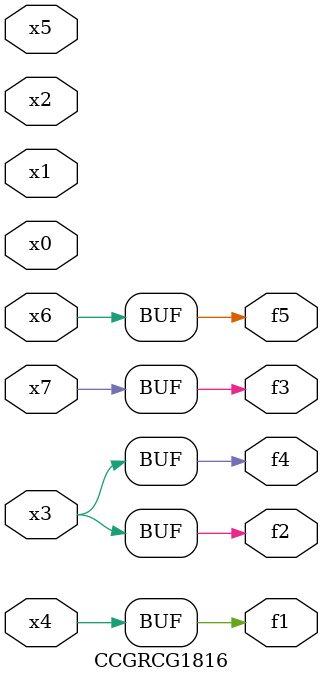
<source format=v>
module CCGRCG1816(
	input x0, x1, x2, x3, x4, x5, x6, x7,
	output f1, f2, f3, f4, f5
);
	assign f1 = x4;
	assign f2 = x3;
	assign f3 = x7;
	assign f4 = x3;
	assign f5 = x6;
endmodule

</source>
